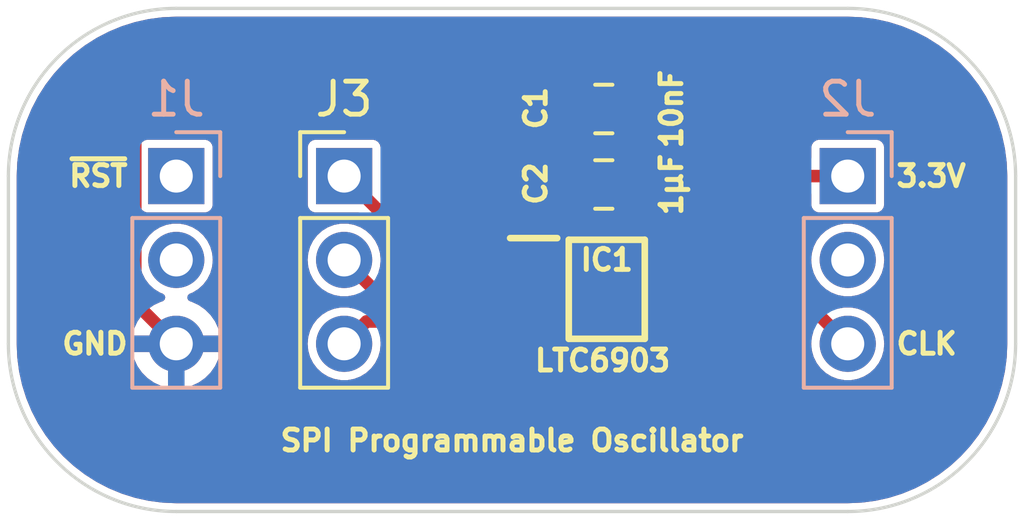
<source format=kicad_pcb>
(kicad_pcb (version 20221018) (generator pcbnew)
  (layers (0 "F.Cu" signal) (31 "B.Cu" signal) (36 "B.SilkS" user "B.Silkscreen") (37 "F.SilkS" user "F.Silkscreen") (38 "B.Mask" user) (39 "F.Mask" user) (44 "Edge.Cuts" user))
  (net 0 "")
  (net 1 "/GND")
  (net 2 "/3.3V")
  (net 6 "/CLK")
  (net 7 "/SDI")
  (net 8 "/SCK")
  (net 9 "/~{SEN}")
  (net 10 "/~{Reset}")
  (footprint "Connector_PinHeader_2.54mm:PinHeader_1x03_P2.54mm_Vertical" (layer "F.Cu") (at 119.38 53.34)
    (fp_text reference "J3" (at 0 -2.33) (layer "F.SilkS"))
    (fp_text value "Conn_01x03_Pin")
    (fp_line (start -1.33 -1.33) (end 0 -1.33) (stroke (width 0.12)) (layer "F.SilkS"))
    (fp_line (start -1.33 0) (end -1.33 -1.33) (stroke (width 0.12)) (layer "F.SilkS"))
    (fp_line (start -1.33 1.27) (end -1.33 6.41) (stroke (width 0.12)) (layer "F.SilkS"))
    (fp_line (start -1.33 1.27) (end 1.33 1.27) (stroke (width 0.12)) (layer "F.SilkS"))
    (fp_line (start -1.33 6.41) (end 1.33 6.41) (stroke (width 0.12)) (layer "F.SilkS"))
    (fp_line (start 1.33 1.27) (end 1.33 6.41) (stroke (width 0.12)) (layer "F.SilkS"))
    (pad "1" thru_hole rect (at 0 0) (size 1.7 1.7) (drill 1) (layers "*.Cu" "*.Mask") (net 7 "/SDI"))
    (pad "2" thru_hole oval (at 0 2.54) (size 1.7 1.7) (drill 1) (layers "*.Cu" "*.Mask") (net 8 "/SCK"))
    (pad "3" thru_hole oval (at 0 5.08) (size 1.7 1.7) (drill 1) (layers "*.Cu" "*.Mask") (net 9 "/~{SEN}"))
  )
  (footprint "SamacSys_Parts:C_0805" (layer "F.Cu") (at 127.254 53.594 90)
    (fp_text reference "C2" (at 0.027 -2.075 90) (layer "F.SilkS") (effects (font (size 0.635 0.635))))
    (fp_text value "1μF" (at 0 2.032 90) (layer "F.SilkS") (effects (font (size 0.635 0.635))))
    (fp_line (start -0.735 0.245252) (end -0.735 -0.277252) (stroke (width 0.12)) (layer "F.SilkS"))
    (fp_line (start 0.735 0.245252) (end 0.735 -0.277252) (stroke (width 0.12)) (layer "F.SilkS"))
    (pad "1" smd roundrect (at 0 0.934 180) (size 1 1.45) (layers "F.Cu" "F.Paste" "F.Mask") (net 2 "/3.3V"))
    (pad "2" smd roundrect (at 0 -0.966 180) (size 1 1.45) (layers "F.Cu" "F.Paste" "F.Mask") (net 1 "/GND"))
  )
  (footprint "SamacSys_Parts:SOP65P490X110-8N" (layer "F.Cu") (at 127.328 56.769)
    (fp_text reference "IC1" (at 0 -0.889) (layer "F.SilkS") (effects (font (size 0.635 0.635))))
    (fp_text value "LTC6903CMS8#PBF" hide)
    (fp_text user "${Silkscreen}" (at -0.127 2.159) (layer "F.SilkS") (effects (font (size 0.635 0.635))))
    (fp_line (start -2.925 -1.55) (end -1.5 -1.55) (stroke (width 0.2)) (layer "F.SilkS"))
    (fp_line (start -1.15 -1.5) (end 1.15 -1.5) (stroke (width 0.2)) (layer "F.SilkS"))
    (fp_line (start -1.15 1.5) (end -1.15 -1.5) (stroke (width 0.2)) (layer "F.SilkS"))
    (fp_line (start 1.15 -1.5) (end 1.15 1.5) (stroke (width 0.2)) (layer "F.SilkS"))
    (fp_line (start 1.15 1.5) (end -1.15 1.5) (stroke (width 0.2)) (layer "F.SilkS"))
    (pad "1" smd rect (at -2.212 -0.975 90) (size 0.45 1.425) (layers "F.Cu" "F.Paste" "F.Mask") (net 1 "/GND"))
    (pad "2" smd rect (at -2.212 -0.325 90) (size 0.45 1.425) (layers "F.Cu" "F.Paste" "F.Mask") (net 7 "/SDI"))
    (pad "3" smd rect (at -2.212 0.325 90) (size 0.45 1.425) (layers "F.Cu" "F.Paste" "F.Mask") (net 8 "/SCK"))
    (pad "4" smd rect (at -2.212 0.975 90) (size 0.45 1.425) (layers "F.Cu" "F.Paste" "F.Mask") (net 9 "/~{SEN}"))
    (pad "5" smd rect (at 2.212 0.975 90) (size 0.45 1.425) (layers "F.Cu" "F.Paste" "F.Mask"))
    (pad "6" smd rect (at 2.212 0.325 90) (size 0.45 1.425) (layers "F.Cu" "F.Paste" "F.Mask") (net 6 "/CLK"))
    (pad "7" smd rect (at 2.212 -0.325 90) (size 0.45 1.425) (layers "F.Cu" "F.Paste" "F.Mask") (net 2 "/3.3V"))
    (pad "8" smd rect (at 2.212 -0.975 90) (size 0.45 1.425) (layers "F.Cu" "F.Paste" "F.Mask") (net 2 "/3.3V"))
  )
  (footprint "SamacSys_Parts:C_0805" (layer "F.Cu") (at 127.254 51.308 90)
    (fp_text reference "C1" (at 0.027 -2.075 90) (layer "F.SilkS") (effects (font (size 0.635 0.635))))
    (fp_text value "10nF" (at 0 2.032 90) (layer "F.SilkS") (effects (font (size 0.635 0.635))))
    (fp_line (start -0.735 0.245252) (end -0.735 -0.277252) (stroke (width 0.12)) (layer "F.SilkS"))
    (fp_line (start 0.735 0.245252) (end 0.735 -0.277252) (stroke (width 0.12)) (layer "F.SilkS"))
    (pad "1" smd roundrect (at 0 0.934 180) (size 1 1.45) (layers "F.Cu" "F.Paste" "F.Mask") (net 2 "/3.3V"))
    (pad "2" smd roundrect (at 0 -0.966 180) (size 1 1.45) (layers "F.Cu" "F.Paste" "F.Mask") (net 1 "/GND"))
  )
  (footprint "Connector_PinHeader_2.54mm:PinHeader_1x03_P2.54mm_Vertical" (layer "B.Cu") (at 114.3 53.34 180)
    (fp_text reference "J1" (at 0 2.33) (layer "B.SilkS") (effects (justify mirror)))
    (fp_text value "Conn_01x03_Pin")
    (fp_line (start -1.33 -6.41) (end 1.33 -6.41) (stroke (width 0.12)) (layer "B.SilkS"))
    (fp_line (start -1.33 -1.27) (end -1.33 -6.41) (stroke (width 0.12)) (layer "B.SilkS"))
    (fp_line (start -1.33 -1.27) (end 1.33 -1.27) (stroke (width 0.12)) (layer "B.SilkS"))
    (fp_line (start -1.33 0) (end -1.33 1.33) (stroke (width 0.12)) (layer "B.SilkS"))
    (fp_line (start -1.33 1.33) (end 0 1.33) (stroke (width 0.12)) (layer "B.SilkS"))
    (fp_line (start 1.33 -1.27) (end 1.33 -6.41) (stroke (width 0.12)) (layer "B.SilkS"))
    (pad "1" thru_hole rect (at 0 0 180) (size 1.7 1.7) (drill 1) (layers "*.Cu" "*.Mask") (net 10 "/~{Reset}"))
    (pad "2" thru_hole oval (at 0 -2.54 180) (size 1.7 1.7) (drill 1) (layers "*.Cu" "*.Mask"))
    (pad "3" thru_hole oval (at 0 -5.08 180) (size 1.7 1.7) (drill 1) (layers "*.Cu" "*.Mask") (net 1 "/GND"))
  )
  (footprint "Connector_PinHeader_2.54mm:PinHeader_1x03_P2.54mm_Vertical" (layer "B.Cu") (at 134.62 53.34 180)
    (fp_text reference "J2" (at 0 2.33) (layer "B.SilkS") (effects (justify mirror)))
    (fp_text value "Conn_01x03_Pin")
    (fp_line (start -1.33 -6.41) (end 1.33 -6.41) (stroke (width 0.12)) (layer "B.SilkS"))
    (fp_line (start -1.33 -1.27) (end -1.33 -6.41) (stroke (width 0.12)) (layer "B.SilkS"))
    (fp_line (start -1.33 -1.27) (end 1.33 -1.27) (stroke (width 0.12)) (layer "B.SilkS"))
    (fp_line (start -1.33 0) (end -1.33 1.33) (stroke (width 0.12)) (layer "B.SilkS"))
    (fp_line (start -1.33 1.33) (end 0 1.33) (stroke (width 0.12)) (layer "B.SilkS"))
    (fp_line (start 1.33 -1.27) (end 1.33 -6.41) (stroke (width 0.12)) (layer "B.SilkS"))
    (pad "1" thru_hole rect (at 0 0 180) (size 1.7 1.7) (drill 1) (layers "*.Cu" "*.Mask") (net 2 "/3.3V"))
    (pad "2" thru_hole oval (at 0 -2.54 180) (size 1.7 1.7) (drill 1) (layers "*.Cu" "*.Mask"))
    (pad "3" thru_hole oval (at 0 -5.08 180) (size 1.7 1.7) (drill 1) (layers "*.Cu" "*.Mask") (net 6 "/CLK"))
  )
  (gr_line (start 114.299998 63.500002) (end 134.62 63.5) (stroke (width 0.1)) (layer "Edge.Cuts"))
  (gr_arc (start 134.620002 48.259999) (mid 138.212103 49.747897) (end 139.700001 53.339998) (stroke (width 0.1)) (layer "Edge.Cuts"))
  (gr_line (start 134.620002 48.259999) (end 114.3 48.26) (stroke (width 0.1)) (layer "Edge.Cuts"))
  (gr_arc (start 114.299998 63.500002) (mid 110.707896 62.012104) (end 109.219998 58.420002) (stroke (width 0.1)) (layer "Edge.Cuts"))
  (gr_line (start 109.22 53.34) (end 109.219998 58.420002) (stroke (width 0.1)) (layer "Edge.Cuts"))
  (gr_arc (start 139.7 58.42) (mid 138.212102 62.012102) (end 134.62 63.5) (stroke (width 0.1)) (layer "Edge.Cuts"))
  (gr_line (start 139.700001 53.339998) (end 139.7 58.42) (stroke (width 0.1)) (layer "Edge.Cuts"))
  (gr_arc (start 109.22 53.34) (mid 110.707898 49.747898) (end 114.3 48.26) (stroke (width 0.1)) (layer "Edge.Cuts"))
  (gr_text "SPI Programmable Oscillator" (at 124.46 61.722) (layer "F.SilkS") (effects (font (size 0.635 0.635) (thickness 0.15) bold) (justify bottom)))
  (gr_text "~{RST}" (at 112.903 53.34) (layer "F.SilkS") (effects (font (size 0.635 0.635) (thickness 0.15) bold) (justify right)))
  (gr_text "GND" (at 112.903 58.42) (layer "F.SilkS") (effects (font (size 0.635 0.635) (thickness 0.15) bold) (justify right)))
  (gr_text "3.3V" (at 136.017 53.34) (layer "F.SilkS") (effects (font (size 0.635 0.635) (thickness 0.15) bold) (justify left)))
  (gr_text "CLK" (at 136.017 58.42) (layer "F.SilkS") (effects (font (size 0.635 0.635) (thickness 0.15) bold) (justify left)))
  (segment (start 126.288 51.308) (end 126.288 53.594) (width 0.38) (layer "F.Cu") (net 1))
  (segment (start 114.3 58.42) (end 113.06 57.18) (width 0.38) (layer "F.Cu") (net 1))
  (segment (start 126.288 53.594) (end 125.116 54.766) (width 0.38) (layer "F.Cu") (net 1))
  (segment (start 113.06 52.167) (end 113.919 51.308) (width 0.38) (layer "F.Cu") (net 1))
  (segment (start 113.06 57.18) (end 113.06 52.167) (width 0.38) (layer "F.Cu") (net 1))
  (segment (start 113.919 51.308) (end 126.288 51.308) (width 0.38) (layer "F.Cu") (net 1))
  (segment (start 125.116 54.766) (end 125.116 55.794) (width 0.38) (layer "F.Cu") (net 1))
  (segment (start 134.62 53.34) (end 128.442 53.34) (width 0.38) (layer "F.Cu") (net 2))
  (segment (start 128.188 53.594) (end 128.188 51.308) (width 0.38) (layer "F.Cu") (net 2))
  (segment (start 129.54 56.444) (end 129.54 55.794) (width 0.38) (layer "F.Cu") (net 2))
  (segment (start 129.54 54.946) (end 128.188 53.594) (width 0.38) (layer "F.Cu") (net 2))
  (segment (start 129.54 55.794) (end 129.54 54.946) (width 0.38) (layer "F.Cu") (net 2))
  (segment (start 129.54 57.094) (end 133.294 57.094) (width 0.38) (layer "F.Cu") (net 6))
  (segment (start 133.294 57.094) (end 134.62 58.42) (width 0.38) (layer "F.Cu") (net 6))
  (segment (start 119.38 53.34) (end 122.484 56.444) (width 0.38) (layer "F.Cu") (net 7))
  (segment (start 122.484 56.444) (end 125.116 56.444) (width 0.38) (layer "F.Cu") (net 7))
  (segment (start 125.116 57.094) (end 120.594 57.094) (width 0.38) (layer "F.Cu") (net 8))
  (segment (start 120.594 57.094) (end 119.38 55.88) (width 0.38) (layer "F.Cu") (net 8))
  (segment (start 120.056 57.744) (end 119.38 58.42) (width 0.38) (layer "F.Cu") (net 9))
  (segment (start 125.116 57.744) (end 120.056 57.744) (width 0.38) (layer "F.Cu") (net 9))
  (zone (net 1) (net_name "/GND") (layers "F&B.Cu") (connect_pads (clearance 0.25)) (min_thickness 0.25) (fill yes (thermal_gap 0.5) (thermal_bridge_width 0.5))
    (polygon (pts (xy 108.966 48.006) (xy 139.954 48.006) (xy 139.954 63.754) (xy 108.966 63.754)))
  )
)
</source>
